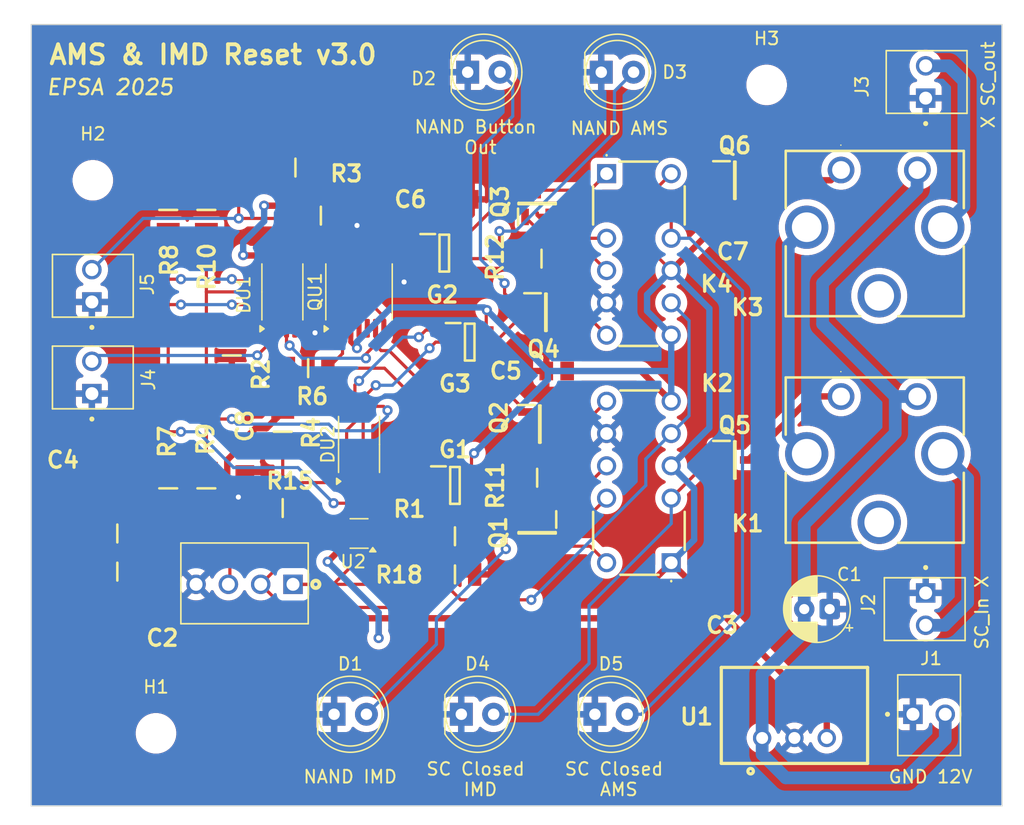
<source format=kicad_pcb>
(kicad_pcb (version 20241229) (generator "pcbnew") (generator_version "9.0")
  (layers (0 "F.Cu" signal) (2 "B.Cu" signal) (13 "F.Paste" user) (15 "B.Paste" user) (5 "F.SilkS" user "F.Silkscreen") (7 "B.SilkS" user "B.Silkscreen") (1 "F.Mask" user) (3 "B.Mask" user) (25 "Edge.Cuts" user))
  (net 0 "")
  (net 1 "GND")
  (net 2 "+12V")
  (net 3 "+5V")
  (net 4 "/AMS_OK")
  (net 5 "/Raw_AMS_OK")
  (net 6 "Net-(D1-A)")
  (net 7 "/IMD_OK")
  (net 8 "/Raw_IMD_OK")
  (net 9 "Net-(K2-COM_2)")
  (net 10 "/IMD_SCS_Compliance")
  (net 11 "/SC in")
  (net 12 "/SC out")
  (net 13 "/AMS_SCS_Compliance")
  (net 14 "Net-(K2-Reset_2)")
  (net 15 "Net-(K4-COM_1)")
  (net 16 "/0.75V")
  (net 17 "/4.25V")
  (net 18 "/Button_Output_SCS_Compliance")
  (net 19 "/Button_Output")
  (net 20 "/Button_Input")
  (net 21 "/Raw_Button_Output")
  (net 22 "/Button_Input_SCS")
  (net 23 "Net-(K1-Pad1)")
  (net 24 "Net-(K2-COIL2-Pad7)")
  (net 25 "Net-(K2-COIL1-Pad12)")
  (net 26 "/SC_Closed_IMD")
  (net 27 "Net-(K4-COIL1-Pad1)")
  (net 28 "Net-(K4-COIL2-Pad6)")
  (net 29 "/SC_Closed_AMS")
  (net 30 "Net-(D2-A)")
  (net 32 "Net-(K1-Pad2)")
  (net 33 "Net-(K3-Pad1)")
  (net 35 "Net-(K4-Reset_1)")
  (net 36 "Net-(D3-A)")
  (footprint "EPSA_lib:RESC3216X70N" (layer "F.Cu") (at 177.46 80)
    (property "Reference" "R3")
    (property "Value" "500k" (hide yes))
  )
  (footprint "EPSA_lib:TSR-0.5-2433" (layer "F.Cu") (at 210.93624 126.865597)
    (property "Reference" "U1")
    (property "Value" "Alim LP TSR_0.5-2450" (hide yes))
  )
  (footprint "MountingHole:MountingHole_2.7mm_M2.5" (layer "F.Cu") (at 214.5 73.5)
    (property "Reference" "H3")
    (property "Value" "MountingHole" (hide yes))
  )
  (footprint "Capacitor_THT:CP_Radial_D5.0mm_P2.00mm" (layer "F.Cu") (at 219.454436 114.729052 180)
    (property "Reference" "C1")
    (property "Value" "C" (hide yes))
  )
  (footprint "EPSA_lib:MOLEX_22-11-2022" (layer "F.Cu") (at 161.46 97.78 90)
    (property "Reference" "J4")
    (property "Value" "2P Droit 2-11-2022" (hide yes))
  )
  (footprint "EPSA_lib:V23079B1201B301" (layer "F.Cu") (at 207 111.08 90)
    (property "Reference" "K2")
    (property "Value" "Bistable V23079B1201B301" (hide yes))
  )
  (footprint "EPSA_lib:SOT95P280X145-5N" (layer "F.Cu") (at 189.16 86.73)
    (property "Reference" "G2")
    (property "Value" "Gate NAND SN74AHCT1G00DBVR" (hide yes))
  )
  (footprint "EPSA_lib:MOLEX_22-11-2022" (layer "F.Cu") (at 227 74.54 90)
    (property "Reference" "J3")
    (property "Value" "2P Droit 2-11-2022" (hide yes))
  )
  (footprint "EPSA_lib:RESC3216X70N" (layer "F.Cu") (at 190 109)
    (property "Reference" "R1")
    (property "Value" "500k" (hide yes))
  )
  (footprint "EPSA_lib:SOT95P237X112-3N" (layer "F.Cu") (at 196.46 108.73 -90)
    (property "Reference" "Q1")
    (property "Value" "NMOS SQ2348ES-T1_GE3" (hide yes))
  )
  (footprint "Package_SO:TSSOP-8_4.4x3mm_P0.65mm" (layer "F.Cu") (at 176.435 89.78 90)
    (property "Reference" "DU1")
    (property "Value" "Opamp_Dual" (hide yes))
  )
  (footprint "LED_THT:LED_D5.0mm" (layer "F.Cu") (at 201 123)
    (property "Reference" "D5")
    (property "Value" "LED" (hide yes))
  )
  (footprint "LED_THT:LED_D5.0mm" (layer "F.Cu") (at 191 72.5)
    (property "Reference" "D2")
    (property "Value" "LED" (hide yes))
  )
  (footprint "EPSA_lib:SOT95P280X145-5N" (layer "F.Cu") (at 191.16 93.73)
    (property "Reference" "G3")
    (property "Value" "Gate AND SN74AHCT1G08DBVR" (hide yes))
  )
  (footprint "EPSA_lib:RESC3216X70N" (layer "F.Cu") (at 196.8043 87.1636)
    (property "Reference" "R12")
    (property "Value" "500" (hide yes))
  )
  (footprint "EPSA_lib:RESC3216X70N" (layer "F.Cu") (at 163.46 111.78)
    (property "Reference" "R17" (hide yes))
    (property "Value" "8k2" (hide yes))
  )
  (footprint "EPSA_lib:SOT95P237X112-3N" (layer "F.Cu") (at 212 103)
    (property "Reference" "Q5")
    (property "Value" "NMOS SQ2348ES-T1_GE3" (hide yes))
  )
  (footprint "EPSA_lib:RESC3216X70N" (layer "F.Cu") (at 163.46 108.78 180)
    (property "Reference" "R16" (hide yes))
    (property "Value" "8k2" (hide yes))
  )
  (footprint "Package_SO:TSSOP-8_4.4x3mm_P0.65mm" (layer "F.Cu") (at 182.46 101.78 90)
    (property "Reference" "DU2")
    (property "Value" "Opamp_Dual" (hide yes))
  )
  (footprint "EPSA_lib:V23079B1201B301" (layer "F.Cu") (at 201.92 80.48 -90)
    (property "Reference" "K4")
    (property "Value" "Bistable V23079B1201B301" (hide yes))
  )
  (footprint "EPSA_lib:CAPC2012X130N" (layer "F.Cu") (at 190.5 82.5)
    (property "Reference" "C6")
    (property "Value" "1u" (hide yes))
  )
  (footprint "LED_THT:LED_D5.0mm" (layer "F.Cu") (at 180.5 123)
    (property "Reference" "D1")
    (property "Value" "LED" (hide yes))
  )
  (footprint "EPSA_lib:SOT95P237X112-3N" (layer "F.Cu") (at 197.1482 91.3838)
    (property "Reference" "Q4")
    (property "Value" "NMOS SQ2348ES-T1_GE3" (hide yes))
  )
  (footprint "EPSA_lib:MOLEX_22-11-2022" (layer "F.Cu") (at 161.46 90.57 90)
    (property "Reference" "J5")
    (property "Value" "2P Droit 2-11-2022" (hide yes))
  )
  (footprint "EPSA_lib:SOT95P237X112-3N" (layer "F.Cu") (at 196.46 82.83 90)
    (property "Reference" "Q3")
    (property "Value" "NMOS SQ2348ES-T1_GE3" (hide yes))
  )
  (footprint "EPSA_lib:RESC3216X70N" (layer "F.Cu") (at 176.46 100.78 -90)
    (property "Reference" "R4")
    (property "Value" "10k" (hide yes))
  )
  (footprint "LED_THT:LED_D5.0mm" (layer "F.Cu") (at 190.5 123)
    (property "Reference" "D4")
    (property "Value" "LED" (hide yes))
  )
  (footprint "EPSA_lib:RESC3216X70N" (layer "F.Cu") (at 172.46 94.78 -90)
    (property "Reference" "R2")
    (property "Value" "500k" (hide yes))
  )
  (footprint "EPSA_lib:RESC3216X70N" (layer "F.Cu") (at 178.46 95.78)
    (property "Reference" "R6")
    (property "Value" "10k" (hide yes))
  )
  (footprint "EPSA_lib:MOLEX_22-11-2022" (layer "F.Cu") (at 226 123)
    (property "Reference" "J1")
    (property "Value" "2P Droit 2-11-2022" (hide yes))
  )
  (footprint "EPSA_lib:CAPC2012X130N" (layer "F.Cu") (at 211.836 84.836)
    (property "Reference" "C7")
    (property "Value" "1u" (hide yes))
  )
  (footprint "EPSA_lib:CAPC2012X130N" (layer "F.Cu") (at 173.482 103.124 -90)
    (property "Reference" "C8")
    (property "Value" "1u" (hide yes))
  )
  (footprint "EPSA_lib:RESC3216X70N" (layer "F.Cu") (at 190 112)
    (property "Reference" "R18")
    (property "Value" "100k" (hide yes))
  )
  (footprint "EPSA_lib:CAPC2012X130N" (layer "F.Cu") (at 163.18 103)
    (property "Reference" "C4")
    (property "Value" "1u" (hide yes))
  )
  (footprint "EPSA_lib:MOLEX_22-11-2042" (layer "F.Cu") (at 173.46 112.78 180)
    (property "Reference" "J7" (hide yes))
    (property "Value" "4P Droit 22-11-2042" (hide yes))
  )
  (footprint "EPSA_lib:RESC3216X70N" (layer "F.Cu") (at 170.46 105.23 -90)
    (property "Reference" "R9")
    (property "Value" "12k" (hide yes))
  )
  (footprint "EPSA_lib:RESC3216X70N" (layer "F.Cu") (at 167.46 83.33 -90)
    (property "Reference" "R8")
    (property "Value" "12k" (hide yes))
  )
  (footprint "EPSA_lib:RESC3216X70N" (layer "F.Cu") (at 176.46 106.78 180)
    (property "Reference" "R15")
    (property "Value" "3k9" (hide yes))
  )
  (footprint "EPSA_lib:SOT95P237X112-3N" (layer "F.Cu") (at 196.6718 100.1762)
    (property "Reference" "Q2")
    (property "Value" "NMOS SQ2348ES-T1_GE3" (hide yes))
  )
  (footprint "MountingHole:MountingHole_2.7mm_M2.5" (layer "F.Cu") (at 166.5 124.5)
    (property "Reference" "H1")
    (property "Value" "MountingHole" (hide yes))
  )
  (footprint "EPSA_lib:RESC3216X70N" (layer "F.Cu") (at 196.46 104.3964)
    (property "Reference" "R11")
    (property "Value" "500" (hide yes))
  )
  (footprint "EPSA_lib:CAPC2012X130N" (layer "F.Cu") (at 198 96)
    (property "Reference" "C5")
    (property "Value" "1u" (hide yes))
  )
  (footprint "Package_SO:TSSOP-14_4.4x5mm_P0.65mm" (layer "F.Cu") (at 182.46 89.78 90)
    (property "Reference" "QU1")
    (property "Value" "Opamp_Quad" (hide yes))
  )
  (footprint "EPSA_lib:CP112V" (layer "F.Cu") (at 220.3495 80.1915)
    (property "Reference" "K3")
    (property "Value" "Relais PCB" (hide yes))
  )
  (footprint "EPSA_lib:CP112V" (layer "F.Cu") (at 220.3495 98.0085)
    (property "Reference" "K1")
    (property "Value" "Relais PCB" (hide yes))
  )
  (footprint "LED_THT:LED_D5.0mm" (layer "F.Cu") (at 201.5 72.5)
    (property "Reference" "D3")
    (property "Value" "LED" (hide yes))
  )
  (footprint "EPSA_lib:CAPC2012X130N" (layer "F.Cu") (at 207 116 180)
    (property "Reference" "C3")
    (property "Value" "1u" (hide yes))
  )
  (footprint "EPSA_lib:SOT95P237X112-3N" (layer "F.Cu") (at 212 81)
    (property "Reference" "Q6")
    (property "Value" "NMOS SQ2348ES-T1_GE3" (hide yes))
  )
  (footprint "MountingHole:MountingHole_2.7mm_M2.5" (layer "F.Cu") (at 161.535 81)
    (property "Reference" "H2")
    (property "Value" "MountingHole" (hide yes))
  )
  (footprint "EPSA_lib:RESC3216X70N" (layer "F.Cu") (at 167.46 105.23 -90)
    (property "Reference" "R7")
    (property "Value" "82k" (hide yes))
  )
  (footprint "EPSA_lib:CAPC2012X130N" (layer "F.Cu") (at 163 117 180)
    (property "Reference" "C2")
    (property "Value" "1u" (hide yes))
  )
  (footprint "EPSA_lib:SOT95P280X145-5N" (layer "F.Cu") (at 190 105)
    (property "Reference" "G1")
    (property "Value" "Gate NAND SN74AHCT1G00DBVR" (hide yes))
  )
  (footprint "EPSA_lib:RESC3216X70N" (layer "F.Cu") (at 179.46 83.78 180)
    (property "Reference" "R5" (hide yes))
    (property "Value" "10k" (hide yes))
  )
  (footprint "EPSA_lib:RESC3216X70N" (layer "F.Cu") (at 170.46 83.33 -90)
    (property "Reference" "R10")
    (property "Value" "82k" (hide yes))
  )
  (footprint "Package_TO_SOT_SMD:SOT-353_SC-70-5_Handsoldering" (layer "F.Cu") (at 182.46 108.78 180)
    (property "Reference" "U2")
    (property "Value" "~" (hide yes))
  )
  (footprint "EPSA_lib:MOLEX_22-11-2022" (layer "F.Cu") (at 227 113.46 -90)
    (property "Reference" "J2")
    (property "Value" "2P Droit 2-11-2022" (hide yes))
  )
  (gr_rect (start 156.6918 68.7512) (end 233 130.2088) (stroke (width 0.1)) (fill no) (layer "Edge.Cuts"))
  (gr_text "X SC_out" (at 232.5 77 90) (layer "F.SilkS") (effects (font (size 1 1)) (justify left bottom)))
  (gr_text "NAND IMD\n" (at 178 128.5 0) (layer "F.SilkS") (effects (font (size 1 1)) (justify left bottom)))
  (gr_text "SC Closed\n AMS\n" (at 202.5 129.5 0) (layer "F.SilkS") (effects (font (size 1 1)) (justify bottom)))
  (gr_text "AMS & IMD Reset v3.0" (at 184 72 0) (layer "F.SilkS") (effects (font (size 1.5 1.5) (thickness 0.3) (bold yes)) (justify right bottom)))
  (gr_text "NAND Button \nOut\n" (at 192 79 0) (layer "F.SilkS") (effects (font (size 1 1)) (justify bottom)))
  (gr_text "NAND AMS" (at 199 77.5 0) (layer "F.SilkS") (effects (font (size 1 1)) (justify left bottom)))
  (gr_text "EPSA 2025" (at 168 74.381651 0) (layer "F.SilkS") (effects (font (size 1.2 1.2) (thickness 0.1875) (italic yes)) (justify right bottom)))
  (gr_text "SC Closed \nIMD" (at 192 129.5 0) (layer "F.SilkS") (effects (font (size 1 1)) (justify bottom)))
  (gr_text "GND 12V\n" (at 224 128.5 0) (layer "F.SilkS") (effects (font (size 1 1)) (justify left bottom)))
  (gr_text "SC_In X" (at 232 118 90) (layer "F.SilkS") (effects (font (size 1 1)) (justify left bottom)))
  (segment (start 174.33 96.33) (end 175 97) (width 0.25) (layer "F.Cu") (net 1))
  (segment (start 184.78489 108.77511) (end 185.534746 108.77511) (width 0.25) (layer "F.Cu") (net 1))
  (segment (start 172.46 96.33) (end 174.33 96.33) (width 0.25) (layer "F.Cu") (net 1))
  (segment (start 187.32 87.68) (end 186 89) (width 0.25) (layer "F.Cu") (net 1))
  (segment (start 181.81 85.606928) (end 181.81 86.9175) (width 0.25) (layer "F.Cu") (net 1))
  (segment (start 173.482 103.944) (end 173.482 105.41) (width 0.25) (layer "F.Cu") (net 1))
  (segment (start 183.435 104.6425) (end 184.499323 104.6425) (width 0.25) (layer "F.Cu") (net 1))
  (segment (start 183.79 108.78) (end 184.78 108.78) (width 0.25) (layer "F.Cu") (net 1))
  (segment (start 182.3 85.116928) (end 181.81 85.606928) (width 0.25) (layer "F.Cu") (net 1))
  (segment (start 184.78 108.78) (end 184.78489 108.77511) (width 0.25) (layer "F.Cu") (net 1))
  (segment (start 177.41 92.6425) (end 178.6425 92.6425) (width 0.25) (layer "F.Cu") (net 1))
  (segment (start 178.6425 92.6425) (end 179 93) (width 0.25) (layer "F.Cu") (net 1))
  (segment (start 182.3 84.555) (end 182.3 85.116928) (width 0.25) (layer "F.Cu") (net 1))
  (segment (start 184.499323 104.6425) (end 184.512277 104.655454) (width 0.25) (layer "F.Cu") (net 1))
  (segment (start 173.482 105.41) (end 172.974 105.918) (width 0.25) (layer "F.Cu") (net 1))
  (segment (start 187.86 87.68) (end 187.32 87.68) (width 0.25) (layer "F.Cu") (net 1))
  (via (at 186 89) (size 0.8) (drill 0.4) (layers "F.Cu" "B.Cu") (net 1))
  (via (at 172.974 105.918) (size 0.8) (drill 0.4) (layers "F.Cu" "B.Cu") (net 1))
  (via (at 182.3 84.555) (size 0.8) (drill 0.4) (layers "F.Cu" "B.Cu") (net 1))
  (via (at 175 97) (size 0.8) (drill 0.4) (layers "F.Cu" "B.Cu") (net 1))
  (via (at 179 93) (size 0.8) (drill 0.4) (layers "F.Cu" "B.Cu") (net 1))
  (segment (start 216 128) (end 214.14624 126.14624) (width 1) (layer "B.Cu") (net 2))
  (segment (start 226.3245 80.2165) (end 226.3495 80.1915) (width 0.25) (layer "B.Cu") (net 2))
  (segment (start 226.3495 98.0085) (end 224.6085 98.0085) (width 1) (layer "B.Cu") (net 2))
  (segment (start 217.454436 114.729052) (end 217.454436 108.045564) (width 1) (layer "B.Cu") (net 2))
  (segment (start 228.54 123) (end 228.54 124.96) (width 1) (layer "B.Cu") (net 2))
  (segment (start 218.9 92.3) (end 218.9 89.1) (width 1) (layer "B.Cu") (net 2))
  (segment (start 224.6085 98.0085) (end 218.9 92.3) (width 1) (layer "B.Cu") (net 2))
  (segment (start 224.6085 100.8915) (end 224.6085 98.0085) (width 1) (layer "B.Cu") (net 2))
  (segment (start 214.14624 126.14624) (end 214.14624 124.865597) (width 1) (layer "B.Cu") (net 2))
  (segment (start 214.14624 119.85376) (end 217.454436 116.545564) (width 1) (layer "B.Cu") (net 2))
  (segment (start 217.454436 116.545564) (end 217.454436 114.729052) (width 1) (layer "B.Cu") (net 2))
  (segment (start 226.3245 81.6755) (end 226.3245 80.2165) (width 1) (layer "B.Cu") (net 2))
  (segment (start 214.14624 124.865597) (end 214.14624 119.85376) (width 1) (layer "B.Cu") (net 2))
  (segment (start 228.54 124.96) (end 225.5 128) (width 1) (layer "B.Cu") (net 2))
  (segment (start 217.454436 108.045564) (end 224.6085 100.8915) (width 1) (layer "B.Cu") (net 2))
  (segment (start 218.9 89.1) (end 226.3245 81.6755) (width 1) (layer "B.Cu") (net 2))
  (segment (start 225.5 128) (end 216 128) (width 1) (layer "B.Cu") (net 2))
  (segment (start 191.3 104.05) (end 191.3 102.677664) (width 0.25) (layer "F.Cu") (net 3))
  (segment (start 219.22624 124.865597) (end 219.22624 123.30624) (width 0.5) (layer "F.Cu") (net 3))
  (segment (start 187.18 80) (end 186 80) (width 0.5) (layer "F.Cu") (net 3))
  (segment (start 175 83) (end 177.13 83) (width 0.5) (layer "F.Cu") (net 3))
  (segment (start 181.13 109.87) (end 180 111) (width 0.5) (layer "F.Cu") (net 3))
  (segment (start 176.46 99.23) (end 175.185 100.505) (width 0.5) (layer "F.Cu") (net 3))
  (segment (start 177.13 83) (end 177.91 83.78) (width 0.5) (layer "F.Cu") (net 3))
  (segment (start 176.91 98.78) (end 176.46 99.23) (width 0.5) (layer "F.Cu") (net 3))
  (segment (start 210.264 84.836) (end 207 88.1) (width 0.5) (layer "F.Cu") (net 3))
  (segment (start 203.18 116) (end 202.63 115.45) (width 0.5) (layer "F.Cu") (net 3))
  (segment (start 164 103) (end 164 106.69) (width 0.5) (layer "F.Cu") (net 3))
  (segment (start 170.46 106.78) (end 167.46 106.78) (width 1) (layer "F.Cu") (net 3))
  (segment (start 207 88.1) (end 204.725 85.825) (width 0.25) (layer "F.Cu") (net 3))
  (segment (start 204.68 82.8) (end 193.44 82.8) (width 0.25) (layer "F.Cu") (net 3))
  (segment (start 176.46 99.23) (end 181.1725 99.23) (width 0.5) (layer "F.Cu") (net 3))
  (segment (start 167.46 106.78) (end 163.91 106.78) (width 0.5) (layer "F.Cu") (net 3))
  (segment (start 173.202 102.304) (end 172.796 102.304) (width 0.5) (layer "F.Cu") (net 3))
  (segment (start 165.45 115.45) (end 163.491186 113.491186) (width 0.5) (layer "F.Cu") (net 3))
  (segment (start 207 80.48) (end 204.725 82.755) (width 0.25) (layer "F.Cu") (net 3))
  (segment (start 186 80) (end 184 82) (width 0.5) (layer "F.Cu") (net 3))
  (segment (start 163.82 117) (end 163.9 117) (width 0.25) (layer "F.Cu") (net 3))
  (segment (start 192.46 91.265675) (end 192.510567 91.215108) (width 0.25) (layer "F.Cu") (net 3))
  (segment (start 219.22624 123.30624) (end 207 111.08) (width 0.5) (layer "F.Cu") (net 3))
  (segment (start 186.68 82) (end 184 82) (width 0.5) (layer "F.Cu") (net 3))
  (segment (start 204.725 82.755) (end 204.68 82.8) (width 0.25) (layer "F.Cu") (net 3))
  (segment (start 192.46 92.78) (end 192.46 91.265675) (width 0.25) (layer "F.Cu") (net 3))
  (segment (start 184 115.45) (end 202.63 115.45) (width 0.5) (layer "F.Cu") (net 3))
  (segment (start 184 115.45) (end 165.45 115.45) (width 0.5) (layer "F.Cu") (net 3))
  (segment (start 204.725 85.825) (end 204.725 82.755) (width 0.25) (layer "F.Cu") (net 3))
  (segment (start 172.796 102.304) (end 172.1 103) (width 0.5) (layer "F.Cu") (net 3))
  (segment (start 174.323 100.505) (end 173.482 101.346) (width 0.5) (layer "F.Cu") (net 3))
  (segment (start 179.69 82) (end 177.91 83.78) (width 0.5) (layer "F.Cu") (net 3))
  (segment (start 184 82) (end 179.69 82) (width 0.5) (layer "F.Cu") (net 3))
  (segment (start 198.82 96) (end 204.62 96) (width 0.5) (layer "F.Cu") (net 3))
  (segment (start 172.1 104.365) (end 170.46 106.005) (width 0.5) (layer "F.Cu") (net 3))
  (segment (start 206.18 116) (end 203.18 116) (width 0.5) (layer "F.Cu") (net 3))
  (segment (start 173.482 102.304) (end 173.202 102.304) (width 0.25) (layer "F.Cu") (net 3))
  (segment (start 163.491186 113.491186) (end 163.491186 110.361186) (width 0.5) (layer "F.Cu") (net 3))
  (segment (start 189.68 82.5) (end 187.18 80) (width 0.5) (layer "F.Cu") (net 3))
  (segment (start 170.46 106.005) (end 170.46 106.78) (width 0.5) (layer "F.Cu") (net 3))
  (segment (start 190.46 85.78) (end 186.68 82) (width 0.5) (layer "F.Cu") (net 3))
  (segment (start 184 115.45) (end 184 117) (width 0.5) (layer "F.Cu") (net 3))
  (segment (start 176.91 95.78) (end 176.91 98.78) (width 0.5) (layer "F.Cu") (net 3))
  (segment (start 181.81 92.6425) (end 181.81 93.71) (width 0.4) (layer "F.Cu") (net 3))
  (segment (start 207 111.08) (end 202.63 115.45) (width 0.5) (layer "F.Cu") (net 3))
  (segment (start 181.1725 99.23) (end 181.485 98.9175) (width 0.5) (layer "F.Cu") (net 3))
  (segment (start 204.62 96) (end 207 98.38) (width 0.5) (layer "F.Cu") (net 3))
  (segment (start 163.91 106.78) (end 161.91 108.78) (width 0.5) (layer "F.Cu") (net 3))
  (segment (start 163.491186 110.361186) (end 161.91 108.78) (width 0.5) (layer "F.Cu") (net 3))
  (segment (start 181.81 93.71) (end 182.3 94.2) (width 0.4) (layer "F.Cu") (net 3))
  (segment (start 193.44 82.8) (end 190.46 85.78) (width 0.25) (layer "F.Cu") (net 3))
  (segment (start 173.482 101.346) (end 173.482 102.304) (width 0.5) (layer "F.Cu") (net 3))
  (segment (start 172.1 103) (end 172.1 104.365) (width 0.5) (layer "F.Cu") (net 3))
  (segment (start 191.3 102.677664) (end 191.50547 102.472194) (width 0.25) (layer "F.Cu") (net 3))
  (segment (start 173.383396 86.9175) (end 173.35227 86.886374) (width 0.25) (layer "F.Cu") (net 3))
  (segment (start 163.9 117) (end 165.45 115.45) (width 0.5) (layer "F.Cu") (net 3))
  (segment (start 175.185 100.505) (end 174.323 100.505) (width 0.5) (layer "F.Cu") (net 3))
  (segment (start 164 106.69) (end 163.91 106.78) (width 0.25) (layer "F.Cu") (net 3))
  (segment (start 181.13 109.43) (end 181.13 109.87) (width 0.5) (layer "F.Cu") (net 3))
  (segment (start 211.016 84.836) (end 210.264 84.836) (width 0.5) (layer "F.Cu") (net 3))
  (segment (start 175.46 86.9175) (end 173.383396 86.9175) (width 0.5) (layer "F.Cu") (net 3))
  (via (at 192.510567 91.215108) (size 0.8) (drill 0.4) (layers "F.Cu" "B.Cu") (net 3))
  (via (at 175 83) (size 0.8) (drill 0.4) (layers "F.Cu" "B.Cu") (net 3))
  (via (at 191.50547 102.472194) (size 0.8) (drill 0.4) (layers "F.Cu" "B.Cu") (net 3))
  (via (at 180 111) (size 0.8) (drill 0.4) (layers "F.Cu" "B.Cu") (net 3))
  (via (at 173.35227 86.886374) (size 0.8) (drill 0.4) (layers "F.Cu" "B.Cu") (net 3))
  (via (at 182.3 94.2) (size 0.8) (drill 0.4) (layers "F.Cu" "B.Cu") (net 3))
  (via (at 184 117) (size 0.8) (drill 0.4) (layers "F.Cu" "B.Cu") (net 3))
  (segment (start 191.50547 102.472194) (end 197.295459 96.682205) (width 0.5) (layer "B.Cu") (net 3))
  (segment (start 207 88.1) (end 210 91.1) (width 0.5) (layer "B.Cu") (net 3))
  (segment (start 207 93.18) (end 205.1 91.28) (width 0.5) (layer "B.Cu") (net 3))
  (segment (start 197.295459 96) (end 207 96) (width 0.5) (layer "B.Cu") (net 3))
  (segment (start 180 111) (end 184 115) (width 0.5) (layer "B.Cu") (net 3))
  (segment (start 205.1 90) (end 207 88.1) (width 0.5) (layer "B.Cu") (net 3))
  (segment (start 210 91.1) (end 210 100.46) (width 0.5) (layer "B.Cu") (net 3))
  (segment (start 207 93.18) (end 207 96) (width 0.5) (layer "B.Cu") (net 3))
  (segment (start 208.8 105.26) (end 207 103.46) (width 0.5) (layer "B.Cu") (net 3))
  (segment (start 175 84.22501) (end 173.35227 85.87274) (width 0.5) (layer "B.Cu") (net 3))
  (segment (start 192.510567 91.215108) (end 197.295459 96) (width 0.5) (layer "B.Cu") (net 3))
  (segment (start 185 91) (end 192.295459 91) (width 0.5) (layer "B.Cu") (net 3))
  (segment (start 205.1 91.28) (end 205.1 90) (width 0.5) (layer "B.Cu") (net 3))
  (segment (start 197.295459 96.682205) (end 197.295459 96) (width 0.5) (layer "B.Cu") (net 3))
  (segment (start 210 100.46) (end 207 103.46) (width 0.5) (layer "B.Cu") (net 3))
  (segment (start 192.295459 91) (end 192.510567 91.215108) (width 0.25) (layer "B.Cu") (net 3))
  (segment (start 207 96) (end 207 98.38) (width 0.5) (layer "B.Cu") (net 3))
  (segment (start 208.8 109.28) (end 208.8 105.26) (width 0.5) (layer "B.Cu") (net 3))
  (segment (start 184 115) (end 184 117) (width 0.5) (layer "B.Cu") (net 3))
  (segment (start 173.35227 85.87274) (end 173.35227 86.886374) (width 0.5) (layer "B.Cu") (net 3))
  (segment (start 207 111.08) (end 208.8 109.28) (width 0.5) (layer "B.Cu") (net 3))
  (segment (start 182.3 94.2) (end 182.3 93.7) (width 0.5) (layer "B.Cu") (net 3))
  (segment (start 175 83) (end 175 84.22501) (width 0.5) (layer "B.Cu") (net 3))
  (segment (start 182.3 93.7) (end 185 91) (width 0.5) (layer "B.Cu") (net 3))
  (segment (start 176.76 87.76) (end 177.2 88.2) (width 0.25) (layer "F.Cu") (net 4))
  (segment (start 176.76 86.9175) (end 176.76 87.76) (width 0.25) (layer "F.Cu") (net 4))
  (segment (start 184.41 86.154062) (end 184.41 86.9175) (width 0.25) (layer "F.Cu") (net 4))
  (segment (start 182.46 88.04) (end 182.46 86.9175) (width 0.25) (layer "F.Cu") (net 4))
  (segment (start 184.059938 85.804) (end 184.41 86.154062) (width 0.25) (layer "F.Cu") (net 4))
  (segment (start 177.2 88.2) (end 182.3 88.2) (width 0.25) (layer "F.Cu") (net 4))
  (segment (start 182.46 86.9175) (end 182.46 86.154062) (width 0.25) (layer "F.Cu") (net 4))
  (segment (start 187.86 86.73) (end 184.5975 86.73) (width 0.25) (layer "F.Cu") (net 4))
  (segment (start 176.11 86.9175) (end 176.76 86.9175) (width 0.4) (layer "F.Cu") (net 4))
  (segment (start 182.46 86.154062) (end 182.810062 85.804) (width 0.25) (layer "F.Cu") (net 4))
  (segment (start 182.3 88.2) (end 182.46 88.04) (width 0.25) (layer "F.Cu") (net 4))
  (segment (start 184.5975 86.73) (end 184.41 86.9175) (width 0.25) (layer "F.Cu") (net 4))
  (segment (start 182.810062 85.804) (end 184.059938 85.804) (width 0.25) (layer "F.Cu") (net 4))
  (segment (start 173 84) (end 173 83) (width 0.25) (layer "F.Cu") (net 5))
  (segment (start 175.9 84) (end 177.41 85.51) (width 0.25) (layer "F.Cu") (net 5))
  (segment (start 177.41 85.51) (end 177.41 86.9175) (width 0.25) (layer "F.Cu") (net 5))
  (segment (start 173 84) (end 175.9 84) (width 0.25) (layer "F.Cu") (net 5))
  (segment (start 173 83) (end 175.91 80.09) (width 0.25) (layer "F.Cu") (net 5))
  (segment (start 175.91 80.09) (end 175.91 80) (width 0.25) (layer "F.Cu") (net 5))
  (via (at 173 84) (size 0.8) (drill 0.4) (layers "F.Cu" "B.Cu") (net 5))
  (segment (start 165.49 84) (end 161.46 88.03) (width 0.25) (layer "B.Cu") (net 5))
  (segment (start 173 84) (end 165.49 84) (width 0.25) (layer "B.Cu") (net 5))
  (segment (start 194.91 104.3964) (end 194 104.3964) (width 0.25) (layer "F.Cu") (net 6))
  (segment (start 192.8536 104.3964) (end 191.3 105.95) (width 0.25) (layer "F.Cu") (net 6))
  (segment (start 194 110) (end 194 104.3964) (width 0.25) (layer "F.Cu") (net 6))
  (segment (start 194 104.3964) (end 192.8536 104.3964) (width 0.25) (layer "F.Cu") (net 6))
  (via (at 194 110) (size 0.8) (drill 0.4) (layers "F.Cu" "B.Cu") (net 6))
  (segment (start 183.04 123) (end 188.54 117.5) (width 0.25) (layer "B.Cu") (net 6))
  (segment (start 188.54 117.5) (end 188.54 115.46) (width 0.25) (layer "B.Cu") (net 6))
  (segment (start 188.54 115.46) (end 194 110) (width 0.25) (layer "B.Cu") (net 6))
  (segment (start 183.76 93.96) (end 183.76 93.913812) (width 0.25) (layer "F.Cu") (net 7))
  (segment (start 184.826188 94.4) (end 184.2 94.4) (width 0.25) (layer "F.Cu") (net 7))
  (segment (start 184.2 94.4) (end 183.76 93.96) (width 0.25) (layer "F.Cu") (net 7))
  (segment (start 183.76 93.66) (end 183.76 92.6425) (width 0.25) (layer "F.Cu") (net 7))
  (segment (start 183 95) (end 183 94.673812) (width 0.25) (layer "F.Cu") (net 7))
  (segment (start 187.46 101.601188) (end 187.46 97.033812) (width 0.25) (layer "F.Cu") (net 7))
  (segment (start 176.11 92.6425) (end 176.76 92.6425) (width 0.4) (layer "F.Cu") (net 7))
  (segment (start 188.7 102.841188) (end 187.46 101.601188) (width 0.25) (layer "F.Cu") (net 7))
  (segment (start 176.76 92.6425) (end 176.76 93.76) (width 0.25) (layer "F.Cu") (net 7))
  (segment (start 188.7 104.05) (end 188.7 102.841188) (width 0.25) (layer "F.Cu") (net 7))
  (segment (start 183.76 92.6425) (end 183.11 92.6425) (width 0.4) (layer "F.Cu") (net 7))
  (segment (start 176.76 93.76) (end 177 94) (width 0.25) (layer "F.Cu") (net 7))
  (segment (start 183 94.673812) (end 183.76 93.913812) (width 0.25) (layer "F.Cu") (net 7))
  (segment (start 183.76 93.913812) (end 183.76 93.66) (width 0.25) (layer "F.Cu") (net 7))
  (segment (start 187.46 97.033812) (end 184.826188 94.4) (width 0.25) (layer "F.Cu") (net 7))
  (via (at 183 95) (size 0.8) (drill 0.4) (layers "F.Cu" "B.Cu") (net 7))
  (via (at 177 94) (size 0.8) (drill 0.4) (layers "F.Cu" "B.Cu") (net 7))
  (segment (start 177 94) (end 178 95) (width 0.25) (layer "B.Cu") (net 7))
  (segment (start 178 95) (end 183 95) (width 0.25) (layer "B.Cu") (net 7))
  (segment (start 175.46 93.78) (end 175.46 92.6425) (width 0.25) (layer "F.Cu") (net 8))
  (segment (start 174.46 94.78) (end 175.46 93.78) (width 0.25) (layer "F.Cu") (net 8))
  (segment (start 172.46 93.23) (end 174.8725 93.23) (width 0.25) (layer "F.Cu") (net 8))
  (segment (start 174.8725 93.23) (end 175.46 92.6425) (width 0.25) (layer "F.Cu") (net 8))
  (via (at 174.46 94.78) (size 0.8) (drill 0.4) (layers "F.Cu" "B.Cu") (net 8))
  (segment (start 161.46 95.24) (end 161.92 94.78) (width 0.25) (layer "B.Cu") (net 8))
  (segment (start 161.92 94.78) (end 174.46 94.78) (width 0.25) (layer "B.Cu") (net 8))
  (segment (start 200.9836 104.3964) (end 201.92 103.46) (width 0.25) (layer "F.Cu") (net 9))
  (segment (start 198.01 104.3964) (end 200.9836 104.3964) (width 0.25) (layer "F.Cu") (net 9))
  (segment (start 184.46 95.78) (end 180.01 95.78) (width 0.25) (layer "F.Cu") (net 10))
  (segment (start 181.16 94.63) (end 181.16 92.6425) (width 0.25) (layer "F.Cu") (net 10))
  (segment (start 181.16 92.6425) (end 180.51 92.6425) (width 0.4) (layer "F.Cu") (net 10))
  (segment (start 186.46 103.255) (end 186.46 97.78) (width 0.25) (layer "F.Cu") (net 10))
  (segment (start 188.7 105) (end 188.205 105) (width 0.25) (layer "F.Cu") (net 10))
  (segment (start 186.46 97.78) (end 184.46 95.78) (width 0.25) (layer "F.Cu") (net 10))
  (segment (start 188.205 105) (end 186.46 103.255) (width 0.25) (layer "F.Cu") (net 10))
  (segment (start 180.01 95.78) (end 181.16 94.63) (width 0.25) (layer "F.Cu") (net 10))
  (segment (start 228.5 102.659) (end 228.3495 102.5085) (width 0.25) (layer "B.Cu") (net 11))
  (segment (start 230.3 104.459) (end 228.5 102.659) (width 1) (layer "B.Cu") (net 11))
  (segment (start 228.5 116) (end 230.3 114.2) (width 1) (layer "B.Cu") (net 11))
  (segment (start 230.3 114.2) (end 230.3 104.459) (width 1) (layer "B.Cu") (net 11))
  (segment (start 227 116) (end 228.5 116) (width 1) (layer "B.Cu") (net 11))
  (segment (start 228.8 72) (end 230 73.2) (width 1) (layer "B.Cu") (net 12))
  (segment (start 230 83.041) (end 228.3495 84.6915) (width 1) (layer "B.Cu") (net 12))
  (segment (start 230 73.2) (end 230 83.041) (width 1) (layer "B.Cu") (net 12))
  (segment (start 227 72) (end 228.8 72) (width 1) (layer "B.Cu") (net 12))
  (segment (start 181.16 83.93) (end 181.16 86.9175) (width 0.25) (layer "F.Cu") (net 13))
  (segment (start 187.86 85.78) (end 185.86 83.78) (width 0.25) (layer "F.Cu") (net 13))
  (segment (start 181.16 86.9175) (end 180.51 86.9175) (width 0.4) (layer "F.Cu") (net 13))
  (segment (start 185.86 83.78) (end 181.01 83.78) (width 0.25) (layer "F.Cu") (net 13))
  (segment (start 181.01 83.78) (end 181.16 83.93) (width 0.25) (layer "F.Cu") (net 13))
  (segment (start 200.24 107.68) (end 201.92 106) (width 0.25) (layer "F.Cu") (net 14))
  (segment (start 197.41 107.68) (end 200.24 107.68) (width 0.25) (layer "F.Cu") (net 14))
  (segment (start 200.9836 87.1636) (end 201.92 88.1) (width 0.25) (layer "F.Cu") (net 15))
  (segment (start 198.3543 87.1636) (end 200.9836 87.1636) (width 0.25) (layer "F.Cu") (net 15))
  (segment (start 167.46 88.78) (end 168.46 88.78) (width 0.25) (layer "F.Cu") (net 16))
  (segment (start 182.135 105.865) (end 182.135 104.6425) (width 0.25) (layer "F.Cu") (net 16))
  (segment (start 182.46 91.56) (end 182.46 92.6425) (width 0.25) (layer "F.Cu") (net 16))
  (segment (start 167.46 100.78) (end 168.46 100.78) (width 0.25) (layer "F.Cu") (net 16))
  (segment (start 172.46 90.78) (end 181.68 90.78) (width 0.25) (layer "F.Cu") (net 16))
  (segment (start 172.46 88.78) (end 172.595567 88.915567) (width 0.4) (layer "F.Cu") (net 16))
  (segment (start 182.484433 88.915567) (end 183.11 88.29) (width 0.25) (layer "F.Cu") (net 16))
  (segment (start 167.46 100.78) (end 167.46 103.68) (width 0.25) (layer "F.Cu") (net 16))
  (segment (start 172.595567 88.915567) (end 182.484433 88.915567) (width 0.25) (layer "F.Cu") (net 16))
  (segment (start 181.600442 106.399558) (end 182.135 105.865) (width 0.25) (layer "F.Cu") (net 16))
  (segment (start 167.46 88.78) (end 167.46 100.78) (width 0.25) (layer "F.Cu") (net 16))
  (segment (start 181.68 90.78) (end 182.46 91.56) (width 0.25) (layer "F.Cu") (net 16))
  (segment (start 183.11 88.29) (end 183.11 86.9175) (width 0.25) (layer "F.Cu") (net 16))
  (segment (start 180.46 106.399558) (end 181.600442 106.399558) (width 0.25) (layer "F.Cu") (net 16))
  (segment (start 167.46 84.88) (end 167.46 88.78) (width 0.25) (layer "F.Cu") (net 16))
  (segment (start 167.46 90.78) (end 168.46 90.78) (width 0.25) (layer "F.Cu") (net 16))
  (via (at 172.46 90.78) (size 0.8) (drill 0.4) (layers "F.Cu" "B.Cu") (net 16))
  (via (at 168.46 100.78) (size 0.8) (drill 0.4) (layers "F.Cu" "B.Cu") (net 16))
  (via (at 172.46 88.78) (size 0.8) (drill 0.4) (layers "F.Cu" "B.Cu") (net 16))
  (via (at 168.46 90.78) (size 0.8) (drill 0.4) (layers "F.Cu" "B.Cu") (net 16))
  (via (at 180.46 106.399558) (size 0.8) (drill 0.4) (layers "F.Cu" "B.Cu") (net 16))
  (via (at 168.46 88.78) (size 0.8) (drill 0.4) (layers "F.Cu" "B.Cu") (net 16))
  (segment (start 180.46 106.399558) (end 177.660442 103.6) (width 0.25) (layer "B.Cu") (net 16))
  (segment (start 172.6 103.6) (end 169.78 100.78) (width 0.25) (layer "B.Cu") (net 16))
  (segment (start 169.78 100.78) (end 168.46 100.78) (width 0.25) (layer "B.Cu") (net 16))
  (segment (start 172.46 90.78) (end 168.46 90.78) (width 0.25) (layer "B.Cu") (net 16))
  (segment (start 168.46 88.78) (end 172.46 88.78) (width 0.25) (layer "B.Cu") (net 16))
  (segment (start 177.660442 103.6) (end 172.6 103.6) (width 0.25) (layer "B.Cu") (net 16))
  (segment (start 182.46 89.78) (end 182.82 89.78) (width 0.25) (layer "F.Cu") (net 17))
  (segment (start 184.38 98.78) (end 183.5725 98.78) (width 0.25) (layer "F.Cu") (net 17))
  (segment (start 170.46 99.78) (end 170.46 103.68) (width 0.25) (layer "F.Cu") (net 17))
  (segment (start 183.5725 98.78) (end 183.435 98.9175) (width 0.25) (layer "F.Cu") (net 17))
  (segment (start 182.46 89.78) (end 184.41 91.73) (width 0.25) (layer "F.Cu") (net 17))
  (segment (start 183.76 88.84) (end 183.76 86.9175) (width 0.25) (layer "F.Cu") (net 17))
  (segment (start 184.7 99.1) (end 184.38 98.78) (width 0.25) (layer "F.Cu") (net 17))
  (segment (start 170.46 84.88) (end 170.46 89.78) (width 0.25) (layer "F.Cu") (net 17))
  (segment (start 170.46 99.78) (end 172.46 99.78) (width 0.25) (layer "F.Cu") (net 17))
  (segment (start 182.82 89.78) (end 183.76 88.84) (width 0.25) (layer "F.Cu") (net 17))
  (segment (start 170.46 89.78) (end 170.46 99.78) (width 0.25) (layer "F.Cu") (net 17))
  (segment (start 170.46 89.78) (end 182.46 89.78) (width 0.25) (layer "F.Cu") (net 17))
  (segment (start 184.41 91.73) (end 184.41 92.6425) (width 0.25) (layer "F.Cu") (net 17))
  (via (at 172.46 99.78) (size 0.8) (drill 0.4) (layers "F.Cu" "B.Cu") (net 17))
  (via (at 184.7 99.1) (size 0.8) (drill 0.4) (layers "F.Cu" "B.Cu") (net 17))
  (segment (start 180.079 100.179) (end 172.859 100.179) (width 0.25) (layer "B.Cu") (net 17))
  (segment (start 184.7 99.1) (end 184.7 99.54) (width 0.25) (layer "B.Cu") (net 17))
  (segment (start 184.7 99.54) (end 183.54 100.7) (width 0.25) (layer "B.Cu") (net 17))
  (segment (start 183.54 100.7) (end 180.6 100.7) (width 0.25) (layer "B.Cu") (net 17))
  (segment (start 180.6 100.7) (end 180.079 100.179) (width 0.25) (layer "B.Cu") (net 17))
  (segment (start 172.859 100.179) (end 172.46 99.78) (width 0.25) (layer "B.Cu") (net 17))
  (segment (start 181.3475 104.78) (end 177.01 104.78) (width 0.25) (layer "F.Cu") (net 18))
  (segment (start 176.46 104.23) (end 177.01 104.78) (width 0.25) (layer "F.Cu") (net 18))
  (segment (start 182.135 97.105) (end 182.135 98.9175) (width 0.25) (layer "F.Cu") (net 18))
  (segment (start 187.72018 92.78) (end 187.160681 93.339499) (width 0.25) (layer "F.Cu") (net 18))
  (segment (start 182.46 96.78) (end 182.135 97.105) (width 0.25) (layer "F.Cu") (net 18))
  (segment (start 182.135 100.008812) (end 181.485 100.658812) (width 0.25) (layer "F.Cu") (net 18))
  (segment (start 181.485 100.658812) (end 181.485 104.6425) (width 0.25) (layer "F.Cu") (net 18))
  (segment (start 181.485 104.6425) (end 181.3475 104.78) (width 0.25) (layer "F.Cu") (net 18))
  (segment (start 182.135 98.9175) (end 182.135 100.008812) (width 0.25) (layer "F.Cu") (net 18))
  (segment (start 189.86 92.78) (end 187.72018 92.78) (width 0.25) (layer "F.Cu") (net 18))
  (segment (start 176.46 102.33) (end 176.46 104.23) (width 0.25) (layer "F.Cu") (net 18))
  (via (at 187.160681 93.339499) (size 0.8) (drill 0.4) (layers "F.Cu" "B.Cu") (net 18))
  (via (at 182.46 96.78) (size 0.8) (drill 0.4) (layers "F.Cu" "B.Cu") (net 18))
  (segment (start 185.900501 93.339499) (end 187.160681 93.339499) (width 0.25) (layer "B.Cu") (net 18))
  (segment (start 182.46 96.78) (end 185.900501 93.339499) (width 0.25) (layer "B.Cu") (net 18))
  (segment (start 183.79 108.13) (end 181.13 108.13) (width 0.25) (layer "F.Cu") (net 19))
  (segment (start 182.785 104.6425) (end 182.785 105.69) (width 0.25) (layer "F.Cu") (net 19))
  (segment (start 188.483527 93.73) (end 188.001157 94.21237) (width 0.25) (layer "F.Cu") (net 19))
  (segment (start 183.8 108.12) (end 183.79 108.13) (width 0.25) (layer "F.Cu") (net 19))
  (segment (start 182.785 105.69) (end 183.8 106.705) (width 0.25) (layer "F.Cu") (net 19))
  (segment (start 183.77859 97.123895) (end 182.785 98.117485) (width 0.25) (layer "F.Cu") (net 19))
  (segment (start 182.785 98.117485) (end 182.785 98.9175) (width 0.25) (layer "F.Cu") (net 19))
  (segment (start 183.8 106.705) (end 183.8 108.12) (width 0.25) (layer "F.Cu") (net 19))
  (segment (start 182.785 98.9175) (end 182.785 104.6425) (width 0.25) (layer "F.Cu") (net 19))
  (segment (start 189.86 93.73) (end 188.483527 93.73) (width 0.25) (layer "F.Cu") (net 19))
  (via (at 183.77859 97.123895) (size 0.8) (drill 0.4) (layers "F.Cu" "B.Cu") (net 19))
  (via (at 188.001157 94.21237) (size 0.8) (drill 0.4) (layers "F.Cu" "B.Cu") (net 19))
  (segment (start 185.089632 97.123895) (end 183.77859 97.123895) (width 0.25) (layer "B.Cu") (net 19))
  (segment (start 188.001157 94.21237) (end 185.089632 97.123895) (width 0.25) (layer "B.Cu") (net 19))
  (segment (start 175.74 109.05) (end 178.01 106.78) (width 0.25) (layer "F.Cu") (net 20))
  (segment (start 185.85 114.6) (end 188.45 112) (width 0.25) (layer "F.Cu") (net 20))
  (segment (start 196 114) (end 190.45 114) (width 0.25) (layer "F.Cu") (net 20))
  (segment (start 175.74 111.77) (end 175.74 109.05) (width 0.25) (layer "F.Cu") (net 20))
  (segment (start 174.73 112.78) (end 175.74 111.77) (width 0.25) (layer "F.Cu") (net 20))
  (segment (start 190.45 114) (end 188.45 112) (width 0.25) (layer "F.Cu") (net 20))
  (segment (start 174.73 112.78) (end 176.55 114.6) (width 0.25) (layer "F.Cu") (net 20))
  (segment (start 176.55 114.6) (end 185.85 114.6) (width 0.25) (layer "F.Cu") (net 20))
  (via (at 196 114) (size 0.8) (drill 0.4) (layers "F.Cu" "B.Cu") (net 20))
  (segment (start 205 105) (end 196 114) (width 0.25) (layer "B.Cu") (net 20))
  (segment (start 205 102.92) (end 205 105) (width 0.25) (layer "B.Cu") (net 20))
  (segment (start 207 100.92) (end 205 102.92) (width 0.25) (layer "B.Cu") (net 20))
  (segment (start 207 90.64) (end 208.4 92.04) (width 0.25) (layer "B.Cu") (net 20))
  (segment (start 208.4 99.52) (end 207 100.92) (width 0.25) (layer "B.Cu") (net 20))
  (segment (start 208.4 92.04) (end 208.4 99.52) (width 0.25) (layer "B.Cu") (net 20))
  (segment (start 183.79 109.43) (end 180.44 112.78) (width 0.25) (layer "F.Cu") (net 21))
  (segment (start 184.67 112.78) (end 188.45 109) (width 0.25) (layer "F.Cu") (net 21))
  (segment (start 180.44 112.78) (end 177.27 112.78) (width 0.25) (layer "F.Cu") (net 21))
  (segment (start 177.27 112.78) (end 184.67 112.78) (width 0.25) (layer "F.Cu") (net 21))
  (segment (start 172.308581 112.661419) (end 172.308581 109.381419) (width 0.25) (layer "F.Cu") (net 22))
  (segment (start 170.91 110.78) (end 166.46 110.78) (width 0.25) (layer "F.Cu") (net 22))
  (segment (start 172.308581 109.381419) (end 174.91 106.78) (width 0.25) (layer "F.Cu") (net 22))
  (segment (start 172.19 112.78) (end 172.308581 112.661419) (width 0.25) (layer "F.Cu") (net 22))
  (segment (start 165.46 111.78) (end 165.01 111.78) (width 0.25) (layer "F.Cu") (net 22))
  (segment (start 165.01 109.33) (end 165.01 108.78) (width 0.25) (layer "F.Cu") (net 22))
  (segment (start 174.91 106.78) (end 170.91 110.78) (width 0.25) (layer "F.Cu") (net 22))
  (segment (start 166.46 110.78) (end 165.01 109.33) (width 0.25) (layer "F.Cu") (net 22))
  (segment (start 166.46 110.78) (end 165.46 111.78) (width 0.25) (layer "F.Cu") (net 22))
  (segment (start 218.05 98) (end 220.341 98) (width 0.5) (layer "F.Cu") (net 23))
  (segment (start 213.05 103) (end 218.05 98) (width 0.5) (layer "F.Cu") (net 23))
  (segment (start 220.341 98) (end 220.3495 98.0085) (width 0.5) (layer "F.Cu") (net 23))
  (segment (start 197.7218 100.1762) (end 200.1238 100.1762) (width 0.25) (layer "F.Cu") (net 24))
  (segment (start 200.1238 100.1762) (end 201.92 98.38) (width 0.25) (layer "F.Cu") (net 24))
  (segment (start 196.46 109.78) (end 200.62 109.78) (width 0.25) (layer "F.Cu") (net 25))
  (segment (start 200.62 109.78) (end 201.92 111.08) (width 0.25) (layer "F.Cu") (net 25))
  (segment (start 210.95 102.05) (end 207 106) (width 0.25) (layer "F.Cu") (net 26))
  (segment (start 207 108) (end 207 106) (width 0.25) (layer "B.Cu") (net 26))
  (segment (start 193.04 123) (end 196.54 123) (width 0.25) (layer "B.Cu") (net 26))
  (segment (start 200.54 114.46) (end 207 108) (width 0.25) (layer "B.Cu") (net 26))
  (segment (start 200.54 119) (end 200.54 114.46) (width 0.25) (layer "B.Cu") (net 26))
  (segment (start 196.54 123) (end 200.54 119) (width 0.25) (layer "B.Cu") (net 26))
  (segment (start 200.62 81.78) (end 201.92 80.48) (width 0.25) (layer "F.Cu") (net 27))
  (segment (start 196.46 81.78) (end 200.62 81.78) (width 0.25) (layer "F.Cu") (net 27))
  (segment (start 198.1982 91.3838) (end 200.1238 91.3838) (width 0.25) (layer "F.Cu") (net 28))
  (segment (start 200.1238 91.3838) (end 201.92 93.18) (width 0.25) (layer "F.Cu") (net 28))
  (segment (start 210.95 80.05) (end 207 84) (width 0.25) (layer "F.Cu") (net 29))
  (segment (start 207 84) (end 207 85.56) (width 0.25) (layer "F.Cu") (net 29))
  (segment (start 208.46 85.56) (end 207 85.56) (width 0.25) (layer "B.Cu") (net 29))
  (segment (start 212.6 115.055442) (end 212.6 89.7) (width 0.25) (layer "B.Cu") (net 29))
  (segment (start 204.655442 123) (end 212.6 115.055442) (width 0.25) (layer "B.Cu") (net 29))
  (segment (start 212.6 89.7) (end 208.46 85.56) (width 0.25) (layer "B.Cu") (net 29))
  (segment (start 203.54 123) (end 204.655442 123) (width 0.25) (layer "B.Cu") (net 29))
  (segment (start 196.0982 90.8018) (end 196.0982 90.4338) (width 0.25) (layer "F.Cu") (net 30))
  (segment (start 193.9 89.1) (end 193.9 89.9) (width 0.25) (layer "F.Cu") (net 30))
  (segment (start 192.46 94.44) (end 196.0982 90.8018) (width 0.25) (layer "F.Cu") (net 30))
  (segment (start 194.4338 90.4338) (end 196.0982 90.4338) (width 0.25) (layer "F.Cu") (net 30))
  (segment (start 192.46 94.68) (end 192.46 96.0644) (width 0.25) (layer "F.Cu") (net 30))
  (segment (start 192.46 96.0644) (end 195.6218 99.2262) (width 0.25) (layer "F.Cu") (net 30))
  (segment (start 193.9 89.9) (end 194.4338 90.4338) (width 0.25) (layer "F.Cu") (net 30))
  (segment (start 192.46 94.68) (end 192.46 94.44) (width 0.25) (layer "F.Cu") (net 30))
  (via (at 193.9 89.1) (size 0.8) (drill 0.4) (layers "F.Cu" "B.Cu") (net 30))
  (segment (start 192 78.5) (end 194.54 75.96) (width 0.25) (layer "B.Cu") (net 30))
  (segment (start 194.54 75.96) (end 194.54 73.5) (width 0.25) (layer "B.Cu") (net 30))
  (segment (start 193.9 89.1) (end 192 87.2) (width 0.25) (layer "B.Cu") (net 30))
  (segment (start 194.54 73.5) (end 193.54 72.5) (width 0.25) (layer "B.Cu") (net 30))
  (segment (start 192 87.2) (end 192 78.5) (width 0.25) (layer "B.Cu") (net 30))
  (segment (start 216.2 101.059) (end 217.6495 102.5085) (width 1) (layer "B.Cu") (net 32))
  (segment (start 216.2 86.141) (end 216.2 101.059) (width 1) (layer "B.Cu") (net 32))
  (segment (start 217.6495 84.6915) (end 216.2 86.141) (width 1) (layer "B.Cu") (net 32))
  (segment (start 213.05 81) (end 219.541 81) (width 0.5) (layer "F.Cu") (net 33))
  (segment (start 219.541 81) (end 220.3495 80.1915) (width 0.5) (layer "F.Cu") (net 33))
  (segment (start 195.51 83.88) (end 197.19 85.56) (width 0.25) (layer "F.Cu") (net 35))
  (segment (start 197.19 85.56) (end 201.92 85.56) (width 0.25) (layer "F.Cu") (net 35))
  (segment (start 190.9764 87.1636) (end 190.46 87.68) (width 0.25) (layer "F.Cu") (net 36))
  (segment (start 193.5 85) (end 193.5 87.1636) (width 0.25) (layer "F.Cu") (net 36))
  (segment (start 195.2543 87.1636) (end 193.5 87.1636) (width 0.25) (layer "F.Cu") (net 36))
  (segment (start 193.5 87.1636) (end 190.9764 87.1636) (width 0.25) (layer "F.Cu") (net 36))
  (via (at 193.5 85) (size 0.8) (drill 0.4) (layers "F.Cu" "B.Cu") (net 36))
  (segment (start 194.765 85) (end 193.5 85) (width 0.25) (layer "B.Cu") (net 36))
  (segment (start 202.54 74) (end 202.54 77.225) (width 0.25) (layer "B.Cu") (net 36))
  (segment (start 204.04 72.5) (end 202.54 74) (width 0.25) (layer "B.Cu") (net 36))
  (segment (start 202.54 77.225) (end 194.765 85) (width 0.25) (layer "B.Cu") (net 36))
  (zone (net 1) (net_name "GND") (layers "F.Cu" "B.Cu") (connect_pads (clearance 0.508)) (min_thickness 0.25) (fill yes (thermal_gap 0.5) (thermal_bridge_width 0.5))
    (polygon (pts (xy 154.5168 67.1764) (xy 154.2374 131.7074) (xy 234.5654 131.6058) (xy 234.7432 66.8208)))
  )
)
</source>
